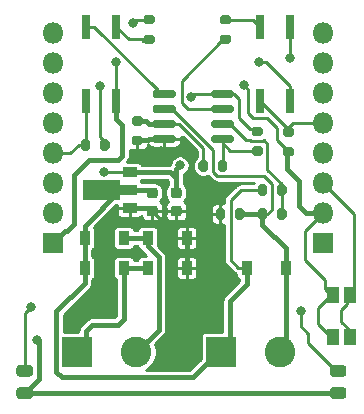
<source format=gtl>
G04 #@! TF.GenerationSoftware,KiCad,Pcbnew,(5.1.9)-1*
G04 #@! TF.CreationDate,2021-07-08T21:32:49+02:00*
G04 #@! TF.ProjectId,OpenThermMonitorTwomes,4f70656e-5468-4657-926d-4d6f6e69746f,rev?*
G04 #@! TF.SameCoordinates,Original*
G04 #@! TF.FileFunction,Copper,L1,Top*
G04 #@! TF.FilePolarity,Positive*
%FSLAX46Y46*%
G04 Gerber Fmt 4.6, Leading zero omitted, Abs format (unit mm)*
G04 Created by KiCad (PCBNEW (5.1.9)-1) date 2021-07-08 21:32:49*
%MOMM*%
%LPD*%
G01*
G04 APERTURE LIST*
G04 #@! TA.AperFunction,SMDPad,CuDef*
%ADD10R,1.050000X1.400000*%
G04 #@! TD*
G04 #@! TA.AperFunction,ComponentPad*
%ADD11R,2.600000X2.600000*%
G04 #@! TD*
G04 #@! TA.AperFunction,ComponentPad*
%ADD12C,2.600000*%
G04 #@! TD*
G04 #@! TA.AperFunction,SMDPad,CuDef*
%ADD13R,0.900000X1.200000*%
G04 #@! TD*
G04 #@! TA.AperFunction,ComponentPad*
%ADD14R,1.800000X1.800000*%
G04 #@! TD*
G04 #@! TA.AperFunction,ComponentPad*
%ADD15O,1.800000X1.800000*%
G04 #@! TD*
G04 #@! TA.AperFunction,SMDPad,CuDef*
%ADD16R,0.640000X2.000000*%
G04 #@! TD*
G04 #@! TA.AperFunction,SMDPad,CuDef*
%ADD17C,0.100000*%
G04 #@! TD*
G04 #@! TA.AperFunction,SMDPad,CuDef*
%ADD18R,1.300000X0.900000*%
G04 #@! TD*
G04 #@! TA.AperFunction,ViaPad*
%ADD19C,0.800000*%
G04 #@! TD*
G04 #@! TA.AperFunction,Conductor*
%ADD20C,0.250000*%
G04 #@! TD*
G04 #@! TA.AperFunction,Conductor*
%ADD21C,0.450000*%
G04 #@! TD*
G04 #@! TA.AperFunction,Conductor*
%ADD22C,0.100000*%
G04 #@! TD*
G04 APERTURE END LIST*
D10*
X151172000Y-107928000D03*
X151172000Y-111528000D03*
X152612000Y-107928000D03*
X152612000Y-111528000D03*
D11*
X141732000Y-112776000D03*
D12*
X146732000Y-112776000D03*
X134540000Y-112776000D03*
D11*
X129540000Y-112776000D03*
D13*
X138810000Y-103124000D03*
X135510000Y-103124000D03*
X133476000Y-103124000D03*
X130176000Y-103124000D03*
X147192000Y-105664000D03*
X143892000Y-105664000D03*
X138810000Y-105664000D03*
X135510000Y-105664000D03*
X133476000Y-105664000D03*
X130176000Y-105664000D03*
D14*
X127490000Y-103569000D03*
D15*
X127490000Y-101029000D03*
X127490000Y-98489000D03*
X127490000Y-95949000D03*
X127490000Y-93409000D03*
X127490000Y-90869000D03*
X127490000Y-88329000D03*
X127490000Y-85789000D03*
D16*
X147574000Y-85242000D03*
X145034000Y-85242000D03*
X145034000Y-91542000D03*
X147574000Y-91542000D03*
X132842000Y-91542000D03*
X130302000Y-91542000D03*
X130302000Y-85242000D03*
X132842000Y-85242000D03*
G04 #@! TA.AperFunction,SMDPad,CuDef*
G36*
G01*
X140881000Y-91082000D02*
X140881000Y-90782000D01*
G75*
G02*
X141031000Y-90632000I150000J0D01*
G01*
X142681000Y-90632000D01*
G75*
G02*
X142831000Y-90782000I0J-150000D01*
G01*
X142831000Y-91082000D01*
G75*
G02*
X142681000Y-91232000I-150000J0D01*
G01*
X141031000Y-91232000D01*
G75*
G02*
X140881000Y-91082000I0J150000D01*
G01*
G37*
G04 #@! TD.AperFunction*
G04 #@! TA.AperFunction,SMDPad,CuDef*
G36*
G01*
X140881000Y-92352000D02*
X140881000Y-92052000D01*
G75*
G02*
X141031000Y-91902000I150000J0D01*
G01*
X142681000Y-91902000D01*
G75*
G02*
X142831000Y-92052000I0J-150000D01*
G01*
X142831000Y-92352000D01*
G75*
G02*
X142681000Y-92502000I-150000J0D01*
G01*
X141031000Y-92502000D01*
G75*
G02*
X140881000Y-92352000I0J150000D01*
G01*
G37*
G04 #@! TD.AperFunction*
G04 #@! TA.AperFunction,SMDPad,CuDef*
G36*
G01*
X140881000Y-93622000D02*
X140881000Y-93322000D01*
G75*
G02*
X141031000Y-93172000I150000J0D01*
G01*
X142681000Y-93172000D01*
G75*
G02*
X142831000Y-93322000I0J-150000D01*
G01*
X142831000Y-93622000D01*
G75*
G02*
X142681000Y-93772000I-150000J0D01*
G01*
X141031000Y-93772000D01*
G75*
G02*
X140881000Y-93622000I0J150000D01*
G01*
G37*
G04 #@! TD.AperFunction*
G04 #@! TA.AperFunction,SMDPad,CuDef*
G36*
G01*
X140881000Y-94892000D02*
X140881000Y-94592000D01*
G75*
G02*
X141031000Y-94442000I150000J0D01*
G01*
X142681000Y-94442000D01*
G75*
G02*
X142831000Y-94592000I0J-150000D01*
G01*
X142831000Y-94892000D01*
G75*
G02*
X142681000Y-95042000I-150000J0D01*
G01*
X141031000Y-95042000D01*
G75*
G02*
X140881000Y-94892000I0J150000D01*
G01*
G37*
G04 #@! TD.AperFunction*
G04 #@! TA.AperFunction,SMDPad,CuDef*
G36*
G01*
X135931000Y-94892000D02*
X135931000Y-94592000D01*
G75*
G02*
X136081000Y-94442000I150000J0D01*
G01*
X137731000Y-94442000D01*
G75*
G02*
X137881000Y-94592000I0J-150000D01*
G01*
X137881000Y-94892000D01*
G75*
G02*
X137731000Y-95042000I-150000J0D01*
G01*
X136081000Y-95042000D01*
G75*
G02*
X135931000Y-94892000I0J150000D01*
G01*
G37*
G04 #@! TD.AperFunction*
G04 #@! TA.AperFunction,SMDPad,CuDef*
G36*
G01*
X135931000Y-93622000D02*
X135931000Y-93322000D01*
G75*
G02*
X136081000Y-93172000I150000J0D01*
G01*
X137731000Y-93172000D01*
G75*
G02*
X137881000Y-93322000I0J-150000D01*
G01*
X137881000Y-93622000D01*
G75*
G02*
X137731000Y-93772000I-150000J0D01*
G01*
X136081000Y-93772000D01*
G75*
G02*
X135931000Y-93622000I0J150000D01*
G01*
G37*
G04 #@! TD.AperFunction*
G04 #@! TA.AperFunction,SMDPad,CuDef*
G36*
G01*
X135931000Y-92352000D02*
X135931000Y-92052000D01*
G75*
G02*
X136081000Y-91902000I150000J0D01*
G01*
X137731000Y-91902000D01*
G75*
G02*
X137881000Y-92052000I0J-150000D01*
G01*
X137881000Y-92352000D01*
G75*
G02*
X137731000Y-92502000I-150000J0D01*
G01*
X136081000Y-92502000D01*
G75*
G02*
X135931000Y-92352000I0J150000D01*
G01*
G37*
G04 #@! TD.AperFunction*
G04 #@! TA.AperFunction,SMDPad,CuDef*
G36*
G01*
X135931000Y-91082000D02*
X135931000Y-90782000D01*
G75*
G02*
X136081000Y-90632000I150000J0D01*
G01*
X137731000Y-90632000D01*
G75*
G02*
X137881000Y-90782000I0J-150000D01*
G01*
X137881000Y-91082000D01*
G75*
G02*
X137731000Y-91232000I-150000J0D01*
G01*
X136081000Y-91232000D01*
G75*
G02*
X135931000Y-91082000I0J150000D01*
G01*
G37*
G04 #@! TD.AperFunction*
G04 #@! TA.AperFunction,SMDPad,CuDef*
D17*
G36*
X130034000Y-98193500D02*
G01*
X133159000Y-98193500D01*
X133159000Y-98610000D01*
X134634000Y-98610000D01*
X134634000Y-99510000D01*
X133159000Y-99510000D01*
X133159000Y-99926500D01*
X130034000Y-99926500D01*
X130034000Y-98193500D01*
G37*
G04 #@! TD.AperFunction*
D18*
X133984000Y-97560000D03*
X133984000Y-100560000D03*
G04 #@! TA.AperFunction,SMDPad,CuDef*
G36*
G01*
X131489000Y-95525000D02*
X131489000Y-94975000D01*
G75*
G02*
X131689000Y-94775000I200000J0D01*
G01*
X132089000Y-94775000D01*
G75*
G02*
X132289000Y-94975000I0J-200000D01*
G01*
X132289000Y-95525000D01*
G75*
G02*
X132089000Y-95725000I-200000J0D01*
G01*
X131689000Y-95725000D01*
G75*
G02*
X131489000Y-95525000I0J200000D01*
G01*
G37*
G04 #@! TD.AperFunction*
G04 #@! TA.AperFunction,SMDPad,CuDef*
G36*
G01*
X129839000Y-95525000D02*
X129839000Y-94975000D01*
G75*
G02*
X130039000Y-94775000I200000J0D01*
G01*
X130439000Y-94775000D01*
G75*
G02*
X130639000Y-94975000I0J-200000D01*
G01*
X130639000Y-95525000D01*
G75*
G02*
X130439000Y-95725000I-200000J0D01*
G01*
X130039000Y-95725000D01*
G75*
G02*
X129839000Y-95525000I0J200000D01*
G01*
G37*
G04 #@! TD.AperFunction*
G04 #@! TA.AperFunction,SMDPad,CuDef*
G36*
G01*
X147172000Y-95421000D02*
X147722000Y-95421000D01*
G75*
G02*
X147922000Y-95621000I0J-200000D01*
G01*
X147922000Y-96021000D01*
G75*
G02*
X147722000Y-96221000I-200000J0D01*
G01*
X147172000Y-96221000D01*
G75*
G02*
X146972000Y-96021000I0J200000D01*
G01*
X146972000Y-95621000D01*
G75*
G02*
X147172000Y-95421000I200000J0D01*
G01*
G37*
G04 #@! TD.AperFunction*
G04 #@! TA.AperFunction,SMDPad,CuDef*
G36*
G01*
X147172000Y-93771000D02*
X147722000Y-93771000D01*
G75*
G02*
X147922000Y-93971000I0J-200000D01*
G01*
X147922000Y-94371000D01*
G75*
G02*
X147722000Y-94571000I-200000J0D01*
G01*
X147172000Y-94571000D01*
G75*
G02*
X146972000Y-94371000I0J200000D01*
G01*
X146972000Y-93971000D01*
G75*
G02*
X147172000Y-93771000I200000J0D01*
G01*
G37*
G04 #@! TD.AperFunction*
G04 #@! TA.AperFunction,SMDPad,CuDef*
G36*
G01*
X142388000Y-85046000D02*
X141838000Y-85046000D01*
G75*
G02*
X141638000Y-84846000I0J200000D01*
G01*
X141638000Y-84446000D01*
G75*
G02*
X141838000Y-84246000I200000J0D01*
G01*
X142388000Y-84246000D01*
G75*
G02*
X142588000Y-84446000I0J-200000D01*
G01*
X142588000Y-84846000D01*
G75*
G02*
X142388000Y-85046000I-200000J0D01*
G01*
G37*
G04 #@! TD.AperFunction*
G04 #@! TA.AperFunction,SMDPad,CuDef*
G36*
G01*
X142388000Y-86696000D02*
X141838000Y-86696000D01*
G75*
G02*
X141638000Y-86496000I0J200000D01*
G01*
X141638000Y-86096000D01*
G75*
G02*
X141838000Y-85896000I200000J0D01*
G01*
X142388000Y-85896000D01*
G75*
G02*
X142588000Y-86096000I0J-200000D01*
G01*
X142588000Y-86496000D01*
G75*
G02*
X142388000Y-86696000I-200000J0D01*
G01*
G37*
G04 #@! TD.AperFunction*
G04 #@! TA.AperFunction,SMDPad,CuDef*
G36*
G01*
X135911000Y-85046000D02*
X135361000Y-85046000D01*
G75*
G02*
X135161000Y-84846000I0J200000D01*
G01*
X135161000Y-84446000D01*
G75*
G02*
X135361000Y-84246000I200000J0D01*
G01*
X135911000Y-84246000D01*
G75*
G02*
X136111000Y-84446000I0J-200000D01*
G01*
X136111000Y-84846000D01*
G75*
G02*
X135911000Y-85046000I-200000J0D01*
G01*
G37*
G04 #@! TD.AperFunction*
G04 #@! TA.AperFunction,SMDPad,CuDef*
G36*
G01*
X135911000Y-86696000D02*
X135361000Y-86696000D01*
G75*
G02*
X135161000Y-86496000I0J200000D01*
G01*
X135161000Y-86096000D01*
G75*
G02*
X135361000Y-85896000I200000J0D01*
G01*
X135911000Y-85896000D01*
G75*
G02*
X136111000Y-86096000I0J-200000D01*
G01*
X136111000Y-86496000D01*
G75*
G02*
X135911000Y-86696000I-200000J0D01*
G01*
G37*
G04 #@! TD.AperFunction*
G04 #@! TA.AperFunction,SMDPad,CuDef*
G36*
G01*
X140608000Y-96753000D02*
X140608000Y-97303000D01*
G75*
G02*
X140408000Y-97503000I-200000J0D01*
G01*
X140008000Y-97503000D01*
G75*
G02*
X139808000Y-97303000I0J200000D01*
G01*
X139808000Y-96753000D01*
G75*
G02*
X140008000Y-96553000I200000J0D01*
G01*
X140408000Y-96553000D01*
G75*
G02*
X140608000Y-96753000I0J-200000D01*
G01*
G37*
G04 #@! TD.AperFunction*
G04 #@! TA.AperFunction,SMDPad,CuDef*
G36*
G01*
X142258000Y-96753000D02*
X142258000Y-97303000D01*
G75*
G02*
X142058000Y-97503000I-200000J0D01*
G01*
X141658000Y-97503000D01*
G75*
G02*
X141458000Y-97303000I0J200000D01*
G01*
X141458000Y-96753000D01*
G75*
G02*
X141658000Y-96553000I200000J0D01*
G01*
X142058000Y-96553000D01*
G75*
G02*
X142258000Y-96753000I0J-200000D01*
G01*
G37*
G04 #@! TD.AperFunction*
G04 #@! TA.AperFunction,SMDPad,CuDef*
G36*
G01*
X144505000Y-95358000D02*
X145055000Y-95358000D01*
G75*
G02*
X145255000Y-95558000I0J-200000D01*
G01*
X145255000Y-95958000D01*
G75*
G02*
X145055000Y-96158000I-200000J0D01*
G01*
X144505000Y-96158000D01*
G75*
G02*
X144305000Y-95958000I0J200000D01*
G01*
X144305000Y-95558000D01*
G75*
G02*
X144505000Y-95358000I200000J0D01*
G01*
G37*
G04 #@! TD.AperFunction*
G04 #@! TA.AperFunction,SMDPad,CuDef*
G36*
G01*
X144505000Y-93708000D02*
X145055000Y-93708000D01*
G75*
G02*
X145255000Y-93908000I0J-200000D01*
G01*
X145255000Y-94308000D01*
G75*
G02*
X145055000Y-94508000I-200000J0D01*
G01*
X144505000Y-94508000D01*
G75*
G02*
X144305000Y-94308000I0J200000D01*
G01*
X144305000Y-93908000D01*
G75*
G02*
X144505000Y-93708000I200000J0D01*
G01*
G37*
G04 #@! TD.AperFunction*
G04 #@! TA.AperFunction,SMDPad,CuDef*
G36*
G01*
X134345000Y-94468000D02*
X134895000Y-94468000D01*
G75*
G02*
X135095000Y-94668000I0J-200000D01*
G01*
X135095000Y-95068000D01*
G75*
G02*
X134895000Y-95268000I-200000J0D01*
G01*
X134345000Y-95268000D01*
G75*
G02*
X134145000Y-95068000I0J200000D01*
G01*
X134145000Y-94668000D01*
G75*
G02*
X134345000Y-94468000I200000J0D01*
G01*
G37*
G04 #@! TD.AperFunction*
G04 #@! TA.AperFunction,SMDPad,CuDef*
G36*
G01*
X134345000Y-92818000D02*
X134895000Y-92818000D01*
G75*
G02*
X135095000Y-93018000I0J-200000D01*
G01*
X135095000Y-93418000D01*
G75*
G02*
X134895000Y-93618000I-200000J0D01*
G01*
X134345000Y-93618000D01*
G75*
G02*
X134145000Y-93418000I0J200000D01*
G01*
X134145000Y-93018000D01*
G75*
G02*
X134345000Y-92818000I200000J0D01*
G01*
G37*
G04 #@! TD.AperFunction*
G04 #@! TA.AperFunction,SMDPad,CuDef*
G36*
G01*
X145625000Y-100817000D02*
X145625000Y-101367000D01*
G75*
G02*
X145425000Y-101567000I-200000J0D01*
G01*
X145025000Y-101567000D01*
G75*
G02*
X144825000Y-101367000I0J200000D01*
G01*
X144825000Y-100817000D01*
G75*
G02*
X145025000Y-100617000I200000J0D01*
G01*
X145425000Y-100617000D01*
G75*
G02*
X145625000Y-100817000I0J-200000D01*
G01*
G37*
G04 #@! TD.AperFunction*
G04 #@! TA.AperFunction,SMDPad,CuDef*
G36*
G01*
X147275000Y-100817000D02*
X147275000Y-101367000D01*
G75*
G02*
X147075000Y-101567000I-200000J0D01*
G01*
X146675000Y-101567000D01*
G75*
G02*
X146475000Y-101367000I0J200000D01*
G01*
X146475000Y-100817000D01*
G75*
G02*
X146675000Y-100617000I200000J0D01*
G01*
X147075000Y-100617000D01*
G75*
G02*
X147275000Y-100817000I0J-200000D01*
G01*
G37*
G04 #@! TD.AperFunction*
G04 #@! TA.AperFunction,SMDPad,CuDef*
G36*
G01*
X146475000Y-99335000D02*
X146475000Y-98785000D01*
G75*
G02*
X146675000Y-98585000I200000J0D01*
G01*
X147075000Y-98585000D01*
G75*
G02*
X147275000Y-98785000I0J-200000D01*
G01*
X147275000Y-99335000D01*
G75*
G02*
X147075000Y-99535000I-200000J0D01*
G01*
X146675000Y-99535000D01*
G75*
G02*
X146475000Y-99335000I0J200000D01*
G01*
G37*
G04 #@! TD.AperFunction*
G04 #@! TA.AperFunction,SMDPad,CuDef*
G36*
G01*
X144825000Y-99335000D02*
X144825000Y-98785000D01*
G75*
G02*
X145025000Y-98585000I200000J0D01*
G01*
X145425000Y-98585000D01*
G75*
G02*
X145625000Y-98785000I0J-200000D01*
G01*
X145625000Y-99335000D01*
G75*
G02*
X145425000Y-99535000I-200000J0D01*
G01*
X145025000Y-99535000D01*
G75*
G02*
X144825000Y-99335000I0J200000D01*
G01*
G37*
G04 #@! TD.AperFunction*
G04 #@! TA.AperFunction,SMDPad,CuDef*
G36*
G01*
X142919000Y-101367000D02*
X142919000Y-100817000D01*
G75*
G02*
X143119000Y-100617000I200000J0D01*
G01*
X143519000Y-100617000D01*
G75*
G02*
X143719000Y-100817000I0J-200000D01*
G01*
X143719000Y-101367000D01*
G75*
G02*
X143519000Y-101567000I-200000J0D01*
G01*
X143119000Y-101567000D01*
G75*
G02*
X142919000Y-101367000I0J200000D01*
G01*
G37*
G04 #@! TD.AperFunction*
G04 #@! TA.AperFunction,SMDPad,CuDef*
G36*
G01*
X141269000Y-101367000D02*
X141269000Y-100817000D01*
G75*
G02*
X141469000Y-100617000I200000J0D01*
G01*
X141869000Y-100617000D01*
G75*
G02*
X142069000Y-100817000I0J-200000D01*
G01*
X142069000Y-101367000D01*
G75*
G02*
X141869000Y-101567000I-200000J0D01*
G01*
X141469000Y-101567000D01*
G75*
G02*
X141269000Y-101367000I0J200000D01*
G01*
G37*
G04 #@! TD.AperFunction*
G04 #@! TA.AperFunction,SMDPad,CuDef*
G36*
G01*
X124638750Y-115766000D02*
X125551250Y-115766000D01*
G75*
G02*
X125795000Y-116009750I0J-243750D01*
G01*
X125795000Y-116497250D01*
G75*
G02*
X125551250Y-116741000I-243750J0D01*
G01*
X124638750Y-116741000D01*
G75*
G02*
X124395000Y-116497250I0J243750D01*
G01*
X124395000Y-116009750D01*
G75*
G02*
X124638750Y-115766000I243750J0D01*
G01*
G37*
G04 #@! TD.AperFunction*
G04 #@! TA.AperFunction,SMDPad,CuDef*
G36*
G01*
X124638750Y-113891000D02*
X125551250Y-113891000D01*
G75*
G02*
X125795000Y-114134750I0J-243750D01*
G01*
X125795000Y-114622250D01*
G75*
G02*
X125551250Y-114866000I-243750J0D01*
G01*
X124638750Y-114866000D01*
G75*
G02*
X124395000Y-114622250I0J243750D01*
G01*
X124395000Y-114134750D01*
G75*
G02*
X124638750Y-113891000I243750J0D01*
G01*
G37*
G04 #@! TD.AperFunction*
G04 #@! TA.AperFunction,SMDPad,CuDef*
G36*
G01*
X151181750Y-115766000D02*
X152094250Y-115766000D01*
G75*
G02*
X152338000Y-116009750I0J-243750D01*
G01*
X152338000Y-116497250D01*
G75*
G02*
X152094250Y-116741000I-243750J0D01*
G01*
X151181750Y-116741000D01*
G75*
G02*
X150938000Y-116497250I0J243750D01*
G01*
X150938000Y-116009750D01*
G75*
G02*
X151181750Y-115766000I243750J0D01*
G01*
G37*
G04 #@! TD.AperFunction*
G04 #@! TA.AperFunction,SMDPad,CuDef*
G36*
G01*
X151181750Y-113891000D02*
X152094250Y-113891000D01*
G75*
G02*
X152338000Y-114134750I0J-243750D01*
G01*
X152338000Y-114622250D01*
G75*
G02*
X152094250Y-114866000I-243750J0D01*
G01*
X151181750Y-114866000D01*
G75*
G02*
X150938000Y-114622250I0J243750D01*
G01*
X150938000Y-114134750D01*
G75*
G02*
X151181750Y-113891000I243750J0D01*
G01*
G37*
G04 #@! TD.AperFunction*
G04 #@! TA.AperFunction,SMDPad,CuDef*
G36*
G01*
X137672000Y-100401000D02*
X138172000Y-100401000D01*
G75*
G02*
X138397000Y-100626000I0J-225000D01*
G01*
X138397000Y-101076000D01*
G75*
G02*
X138172000Y-101301000I-225000J0D01*
G01*
X137672000Y-101301000D01*
G75*
G02*
X137447000Y-101076000I0J225000D01*
G01*
X137447000Y-100626000D01*
G75*
G02*
X137672000Y-100401000I225000J0D01*
G01*
G37*
G04 #@! TD.AperFunction*
G04 #@! TA.AperFunction,SMDPad,CuDef*
G36*
G01*
X137672000Y-98851000D02*
X138172000Y-98851000D01*
G75*
G02*
X138397000Y-99076000I0J-225000D01*
G01*
X138397000Y-99526000D01*
G75*
G02*
X138172000Y-99751000I-225000J0D01*
G01*
X137672000Y-99751000D01*
G75*
G02*
X137447000Y-99526000I0J225000D01*
G01*
X137447000Y-99076000D01*
G75*
G02*
X137672000Y-98851000I225000J0D01*
G01*
G37*
G04 #@! TD.AperFunction*
G04 #@! TA.AperFunction,SMDPad,CuDef*
G36*
G01*
X135640000Y-100401000D02*
X136140000Y-100401000D01*
G75*
G02*
X136365000Y-100626000I0J-225000D01*
G01*
X136365000Y-101076000D01*
G75*
G02*
X136140000Y-101301000I-225000J0D01*
G01*
X135640000Y-101301000D01*
G75*
G02*
X135415000Y-101076000I0J225000D01*
G01*
X135415000Y-100626000D01*
G75*
G02*
X135640000Y-100401000I225000J0D01*
G01*
G37*
G04 #@! TD.AperFunction*
G04 #@! TA.AperFunction,SMDPad,CuDef*
G36*
G01*
X135640000Y-98851000D02*
X136140000Y-98851000D01*
G75*
G02*
X136365000Y-99076000I0J-225000D01*
G01*
X136365000Y-99526000D01*
G75*
G02*
X136140000Y-99751000I-225000J0D01*
G01*
X135640000Y-99751000D01*
G75*
G02*
X135415000Y-99526000I0J225000D01*
G01*
X135415000Y-99076000D01*
G75*
G02*
X135640000Y-98851000I225000J0D01*
G01*
G37*
G04 #@! TD.AperFunction*
D14*
X150350000Y-103569000D03*
D15*
X150350000Y-101029000D03*
X150350000Y-98489000D03*
X150350000Y-95949000D03*
X150350000Y-93409000D03*
X150350000Y-90869000D03*
X150350000Y-88329000D03*
X150350000Y-85789000D03*
D19*
X136652000Y-95758000D03*
X136906000Y-101727000D03*
X148463000Y-109347000D03*
X147574000Y-87884000D03*
X125603000Y-108966000D03*
X134239000Y-84963000D03*
X143637000Y-90170000D03*
X131445000Y-90297000D03*
X132842000Y-88265000D03*
X144907000Y-88265006D03*
X139192001Y-91199010D03*
X131826000Y-97536000D03*
X126111000Y-111760000D03*
X138239503Y-96964497D03*
D20*
X152996000Y-107417000D02*
X152485000Y-107928000D01*
X152996000Y-101135000D02*
X152996000Y-107417000D01*
X150350000Y-98489000D02*
X152996000Y-101135000D01*
X152739000Y-110999998D02*
X152739000Y-111528000D01*
X151892000Y-109220000D02*
X151892000Y-110229002D01*
X152739000Y-110949002D02*
X152739000Y-111528000D01*
X151892000Y-110236000D02*
X152612000Y-110956000D01*
X151892000Y-109220000D02*
X152400000Y-108712000D01*
X152400000Y-107928000D02*
X152400000Y-108712000D01*
X147828000Y-93409000D02*
X147320000Y-93917000D01*
X150350000Y-93409000D02*
X147828000Y-93409000D01*
X147320000Y-93828000D02*
X145034000Y-91542000D01*
X147320000Y-93917000D02*
X147320000Y-93828000D01*
X128968000Y-95949000D02*
X127490000Y-95949000D01*
X129667000Y-95250000D02*
X128968000Y-95949000D01*
X130493000Y-95250000D02*
X129667000Y-95250000D01*
X130302000Y-95187000D02*
X130239000Y-95250000D01*
X130302000Y-91542000D02*
X130302000Y-95187000D01*
D21*
X134620000Y-94868000D02*
X134620000Y-94996000D01*
X134620000Y-94868000D02*
X135510000Y-94868000D01*
X135510000Y-94868000D02*
X135636000Y-94742000D01*
X135636000Y-94742000D02*
X136906000Y-94742000D01*
X141428000Y-100851000D02*
X141669000Y-101092000D01*
D20*
X138810000Y-104395000D02*
X138924999Y-104395000D01*
D21*
X138810000Y-103124000D02*
X138810000Y-104395000D01*
X138810000Y-104395000D02*
X138810000Y-105664000D01*
D20*
X136906000Y-94742000D02*
X136906000Y-94982999D01*
X136906000Y-95504000D02*
X136652000Y-95758000D01*
X136906000Y-94742000D02*
X136906000Y-95504000D01*
X136766000Y-101727000D02*
X136906000Y-101727000D01*
X135890000Y-100851000D02*
X136766000Y-101727000D01*
D21*
X135599000Y-100560000D02*
X135890000Y-100851000D01*
X133984000Y-100560000D02*
X135599000Y-100560000D01*
X135649000Y-99060000D02*
X135890000Y-99301000D01*
X133896500Y-99060000D02*
X135649000Y-99060000D01*
X143892000Y-107060000D02*
X143892000Y-105664000D01*
X142494000Y-108458000D02*
X143892000Y-107060000D01*
D20*
X142543990Y-105015990D02*
X142543990Y-99899010D01*
X143192000Y-105664000D02*
X142543990Y-105015990D01*
X143892000Y-105664000D02*
X143192000Y-105664000D01*
X142543990Y-99899010D02*
X143383000Y-99060000D01*
X143383000Y-99060000D02*
X145225000Y-99060000D01*
D21*
X130176000Y-105664000D02*
X130176000Y-103124000D01*
X133190000Y-99060000D02*
X133896500Y-99060000D01*
X130176000Y-102074000D02*
X133190000Y-99060000D01*
X130176000Y-103124000D02*
X130176000Y-102074000D01*
X142494000Y-111760000D02*
X141478000Y-112776000D01*
X142494000Y-108458000D02*
X142494000Y-111760000D01*
X127764999Y-114456001D02*
X128243998Y-114935000D01*
X128243998Y-114935000D02*
X139319000Y-114935000D01*
X127764999Y-111095999D02*
X127764999Y-114456001D01*
X127762000Y-111093000D02*
X127764999Y-111095999D01*
X127762000Y-109347000D02*
X127762000Y-111093000D01*
X139319000Y-114935000D02*
X141478000Y-112776000D01*
X130176000Y-106933000D02*
X127762000Y-109347000D01*
X130176000Y-105664000D02*
X130176000Y-106933000D01*
X133476000Y-105664000D02*
X135510000Y-105664000D01*
X130810000Y-110490000D02*
X130302000Y-110998000D01*
X133476000Y-109983000D02*
X132969000Y-110490000D01*
X132969000Y-110490000D02*
X130810000Y-110490000D01*
X133476000Y-105664000D02*
X133476000Y-109983000D01*
X130302000Y-112014000D02*
X129540000Y-112776000D01*
X130302000Y-110998000D02*
X130302000Y-112014000D01*
X143319000Y-101092000D02*
X145225000Y-101092000D01*
X147192000Y-105664000D02*
X147192000Y-104012000D01*
X145225000Y-102045000D02*
X145225000Y-101092000D01*
X147192000Y-104012000D02*
X145225000Y-102045000D01*
D20*
X141419822Y-97878010D02*
X141082990Y-97541178D01*
X141082990Y-95686468D02*
X137598522Y-92202000D01*
X145225000Y-101092000D02*
X145625000Y-101092000D01*
X145625000Y-101092000D02*
X146000010Y-100716990D01*
X146000010Y-100716990D02*
X146000010Y-98546822D01*
X146000010Y-98546822D02*
X145331198Y-97878010D01*
X145331198Y-97878010D02*
X141419822Y-97878010D01*
X141082990Y-97541178D02*
X141082990Y-95686468D01*
X137598522Y-92202000D02*
X136906000Y-92202000D01*
D21*
X147192000Y-112062000D02*
X146478000Y-112776000D01*
X147192000Y-105664000D02*
X147192000Y-112062000D01*
X133476000Y-103124000D02*
X135510000Y-103124000D01*
X136435001Y-104751991D02*
X136435001Y-110880999D01*
X135510000Y-103826990D02*
X136435001Y-104751991D01*
X136435001Y-110880999D02*
X134540000Y-112776000D01*
X135510000Y-103124000D02*
X135510000Y-103826990D01*
D20*
X147574000Y-87884000D02*
X147574000Y-85242000D01*
X149098000Y-111252000D02*
X148463000Y-110617000D01*
X149098000Y-112014000D02*
X149098000Y-111252000D01*
X151462500Y-114378500D02*
X149098000Y-112014000D01*
X148463000Y-110617000D02*
X148463000Y-109347000D01*
X151638000Y-114378500D02*
X151462500Y-114378500D01*
X125095000Y-109474000D02*
X125095000Y-114378500D01*
X125603000Y-108966000D02*
X125095000Y-109474000D01*
X134556000Y-84646000D02*
X134239000Y-84963000D01*
X135636000Y-84646000D02*
X134556000Y-84646000D01*
X150350000Y-100376002D02*
X150350000Y-101029000D01*
D21*
X150350000Y-101029000D02*
X148907000Y-101029000D01*
X148907000Y-101029000D02*
X148336000Y-100458000D01*
X148336000Y-98298000D02*
X147320000Y-97282000D01*
D20*
X147320000Y-97282000D02*
X147320000Y-97346002D01*
D21*
X148336000Y-100458000D02*
X148336000Y-98298000D01*
X147320000Y-97282000D02*
X147320000Y-95567000D01*
D20*
X144460998Y-92964000D02*
X144036999Y-92540001D01*
X146469990Y-93851396D02*
X145582594Y-92964000D01*
X144036999Y-90569999D02*
X143637000Y-90170000D01*
X146469990Y-94843990D02*
X146469990Y-93851396D01*
X147447000Y-95821000D02*
X146469990Y-94843990D01*
X145582594Y-92964000D02*
X144460998Y-92964000D01*
X144036999Y-92540001D02*
X144036999Y-90569999D01*
X131445000Y-94552000D02*
X131445000Y-90297000D01*
X132143000Y-95250000D02*
X131445000Y-94552000D01*
X149910800Y-109042200D02*
X149910800Y-110393800D01*
X151025000Y-107928000D02*
X149910800Y-109042200D01*
X151045000Y-107928000D02*
X151025000Y-107928000D01*
X150546000Y-107429000D02*
X151045000Y-107928000D01*
X150546000Y-106722000D02*
X150546000Y-107429000D01*
X148844000Y-105020000D02*
X150546000Y-106722000D01*
X149910800Y-110393800D02*
X151045000Y-111528000D01*
X148844000Y-102535000D02*
X148844000Y-105020000D01*
X150350000Y-101029000D02*
X148844000Y-102535000D01*
D21*
X128714000Y-102546037D02*
X129286000Y-101974037D01*
X129286000Y-101974037D02*
X129286000Y-97790000D01*
X129286000Y-97790000D02*
X130556000Y-96520000D01*
X130556000Y-96520000D02*
X132969000Y-96520000D01*
X133335010Y-96153990D02*
X133335010Y-93584010D01*
X132969000Y-96520000D02*
X133335010Y-96153990D01*
X132842000Y-93091000D02*
X132842000Y-91542000D01*
X133335010Y-93584010D02*
X132842000Y-93091000D01*
D20*
X132842000Y-91542000D02*
X132842000Y-88265000D01*
X147574000Y-90292000D02*
X145547006Y-88265006D01*
X147574000Y-91542000D02*
X147574000Y-90292000D01*
X145547006Y-88265006D02*
X144907000Y-88265006D01*
D21*
X128512963Y-102546037D02*
X127490000Y-103569000D01*
X128714000Y-102546037D02*
X128512963Y-102546037D01*
D20*
X146875000Y-101092000D02*
X146875000Y-99060000D01*
X142303478Y-93472000D02*
X141856000Y-93472000D01*
X146875000Y-98585000D02*
X146875000Y-99060000D01*
X145338688Y-94837500D02*
X145630010Y-95128822D01*
X145630010Y-95128822D02*
X145630010Y-97340010D01*
X145293178Y-94883010D02*
X145338688Y-94837500D01*
X144175802Y-94791990D02*
X144266822Y-94883010D01*
X145630010Y-97340010D02*
X146875000Y-98585000D01*
X144266822Y-94883010D02*
X145293178Y-94883010D01*
X143813990Y-94791990D02*
X144175802Y-94791990D01*
X142494000Y-93472000D02*
X143813990Y-94791990D01*
X141856000Y-93472000D02*
X142494000Y-93472000D01*
D21*
X134620000Y-93218000D02*
X135382000Y-93218000D01*
X135636000Y-93472000D02*
X136906000Y-93472000D01*
X135382000Y-93218000D02*
X135636000Y-93472000D01*
D20*
X138161400Y-93472000D02*
X140208000Y-95518600D01*
X136906000Y-93472000D02*
X138161400Y-93472000D01*
X140208000Y-95518600D02*
X140208000Y-97028000D01*
D21*
X144780000Y-95567000D02*
X144780000Y-95504000D01*
D20*
X141856000Y-97026000D02*
X141858000Y-97028000D01*
X141856000Y-95120000D02*
X141856000Y-97026000D01*
X141856000Y-94742000D02*
X141856000Y-95120000D01*
X142494000Y-95758000D02*
X141856000Y-95120000D01*
X144589000Y-95758000D02*
X142494000Y-95758000D01*
X144780000Y-95567000D02*
X144589000Y-95758000D01*
X135572000Y-86360000D02*
X135636000Y-86296000D01*
X135001000Y-86360000D02*
X135572000Y-86360000D01*
X135001000Y-86360000D02*
X135075990Y-86434990D01*
X133896000Y-86296000D02*
X135636000Y-86296000D01*
X132842000Y-85242000D02*
X133896000Y-86296000D01*
X138417000Y-91681000D02*
X138417000Y-89802000D01*
X138417000Y-89802000D02*
X141923000Y-86296000D01*
X138938000Y-92202000D02*
X138417000Y-91681000D01*
X141856000Y-92202000D02*
X138938000Y-92202000D01*
D21*
X133984000Y-97560000D02*
X137438000Y-97560000D01*
X137922000Y-98044000D02*
X137922000Y-99301000D01*
X137438000Y-97560000D02*
X137922000Y-98044000D01*
D20*
X141733980Y-90809980D02*
X141856000Y-90932000D01*
X139003990Y-91010999D02*
X139192001Y-91199010D01*
X142831000Y-90932000D02*
X143263989Y-91364989D01*
X143263989Y-92971989D02*
X144209000Y-93917000D01*
X141856000Y-90932000D02*
X142831000Y-90932000D01*
X143263989Y-91364989D02*
X143263989Y-92971989D01*
X144209000Y-93917000D02*
X144780000Y-93917000D01*
X139459011Y-90932000D02*
X139192001Y-91199010D01*
X141856000Y-90932000D02*
X139459011Y-90932000D01*
X131850000Y-97560000D02*
X131826000Y-97536000D01*
X133984000Y-97560000D02*
X131850000Y-97560000D01*
X137438000Y-97560000D02*
X137644000Y-97560000D01*
D21*
X127175500Y-116253500D02*
X125095000Y-116253500D01*
X127175500Y-116253500D02*
X151638000Y-116253500D01*
X126270010Y-115078490D02*
X125095000Y-116253500D01*
X126270010Y-111919010D02*
X126270010Y-115078490D01*
X126111000Y-111760000D02*
X126270010Y-111919010D01*
X137922000Y-97282000D02*
X138239503Y-96964497D01*
X137922000Y-98044000D02*
X137922000Y-97282000D01*
D20*
X130962000Y-85242000D02*
X136352000Y-90632000D01*
X130302000Y-85242000D02*
X130962000Y-85242000D01*
X145136000Y-85344000D02*
X145034000Y-85242000D01*
X145034000Y-85242000D02*
X145034000Y-85922000D01*
X144438000Y-84646000D02*
X145034000Y-85242000D01*
X142113000Y-84646000D02*
X144208000Y-84646000D01*
X144208000Y-84646000D02*
X144438000Y-84646000D01*
X142875000Y-84646000D02*
X144208000Y-84646000D01*
X139658000Y-95746418D02*
X139658000Y-96232956D01*
X139564604Y-96309604D01*
X139486622Y-96404626D01*
X139428676Y-96513036D01*
X139392993Y-96630667D01*
X139380944Y-96753000D01*
X139380944Y-97303000D01*
X139392993Y-97425333D01*
X139428676Y-97542964D01*
X139486622Y-97651374D01*
X139564604Y-97746396D01*
X139659626Y-97824378D01*
X139768036Y-97882324D01*
X139885667Y-97918007D01*
X140008000Y-97930056D01*
X140408000Y-97930056D01*
X140530333Y-97918007D01*
X140647964Y-97882324D01*
X140650392Y-97881026D01*
X140670728Y-97905804D01*
X140692200Y-97931968D01*
X140713186Y-97949191D01*
X141011809Y-98247814D01*
X141029032Y-98268800D01*
X141112780Y-98337531D01*
X141208328Y-98388602D01*
X141312003Y-98420052D01*
X141392804Y-98428010D01*
X141392813Y-98428010D01*
X141419821Y-98430670D01*
X141446829Y-98428010D01*
X144510693Y-98428010D01*
X144503622Y-98436626D01*
X144464403Y-98510000D01*
X143410007Y-98510000D01*
X143382999Y-98507340D01*
X143355991Y-98510000D01*
X143355982Y-98510000D01*
X143275181Y-98517958D01*
X143171506Y-98549408D01*
X143075958Y-98600479D01*
X143075956Y-98600480D01*
X143075957Y-98600480D01*
X143013195Y-98651987D01*
X143013190Y-98651992D01*
X142992210Y-98669210D01*
X142974992Y-98690190D01*
X142174181Y-99491002D01*
X142153201Y-99508220D01*
X142135983Y-99529200D01*
X142135977Y-99529206D01*
X142084469Y-99591968D01*
X142046039Y-99663868D01*
X142033399Y-99687516D01*
X142005831Y-99778396D01*
X142001949Y-99791192D01*
X141991330Y-99899010D01*
X141993991Y-99926028D01*
X141993991Y-100190473D01*
X141777250Y-100192000D01*
X141671000Y-100298250D01*
X141671000Y-101090000D01*
X141691000Y-101090000D01*
X141691000Y-101094000D01*
X141671000Y-101094000D01*
X141671000Y-101885750D01*
X141777250Y-101992000D01*
X141993991Y-101993527D01*
X141993990Y-104988982D01*
X141991330Y-105015990D01*
X141993990Y-105042998D01*
X141993990Y-105043007D01*
X142001948Y-105123808D01*
X142033398Y-105227483D01*
X142084469Y-105323032D01*
X142153200Y-105406780D01*
X142174186Y-105424003D01*
X142783987Y-106033804D01*
X142801210Y-106054790D01*
X142884958Y-106123521D01*
X142980506Y-106174592D01*
X143014944Y-106185039D01*
X143014944Y-106264000D01*
X143023150Y-106347314D01*
X143047452Y-106427427D01*
X143086916Y-106501260D01*
X143140026Y-106565974D01*
X143204740Y-106619084D01*
X143242000Y-106639000D01*
X143242000Y-106790761D01*
X142056962Y-107975800D01*
X142032157Y-107996157D01*
X142011802Y-108020960D01*
X141950930Y-108095132D01*
X141909467Y-108172704D01*
X141890573Y-108208053D01*
X141853405Y-108330579D01*
X141844000Y-108426069D01*
X141844000Y-108426079D01*
X141840856Y-108458000D01*
X141844000Y-108489922D01*
X141844001Y-111048944D01*
X140432000Y-111048944D01*
X140348686Y-111057150D01*
X140268573Y-111081452D01*
X140194740Y-111120916D01*
X140130026Y-111174026D01*
X140076916Y-111238740D01*
X140037452Y-111312573D01*
X140013150Y-111392686D01*
X140004944Y-111476000D01*
X140004944Y-113329817D01*
X139049762Y-114285000D01*
X135386541Y-114285000D01*
X135639624Y-114115895D01*
X135879895Y-113875624D01*
X136068676Y-113593094D01*
X136198710Y-113279164D01*
X136265000Y-112945898D01*
X136265000Y-112606102D01*
X136198710Y-112272836D01*
X136129497Y-112105741D01*
X136872044Y-111363195D01*
X136896844Y-111342842D01*
X136918459Y-111316505D01*
X136971396Y-111252000D01*
X136978071Y-111243867D01*
X137038428Y-111130947D01*
X137075596Y-111008421D01*
X137085001Y-110912931D01*
X137085001Y-110912921D01*
X137088145Y-110881000D01*
X137085001Y-110849079D01*
X137085001Y-106264000D01*
X137932944Y-106264000D01*
X137941150Y-106347314D01*
X137965452Y-106427427D01*
X138004916Y-106501260D01*
X138058026Y-106565974D01*
X138122740Y-106619084D01*
X138196573Y-106658548D01*
X138276686Y-106682850D01*
X138360000Y-106691056D01*
X138701750Y-106689000D01*
X138808000Y-106582750D01*
X138808000Y-105666000D01*
X138812000Y-105666000D01*
X138812000Y-106582750D01*
X138918250Y-106689000D01*
X139260000Y-106691056D01*
X139343314Y-106682850D01*
X139423427Y-106658548D01*
X139497260Y-106619084D01*
X139561974Y-106565974D01*
X139615084Y-106501260D01*
X139654548Y-106427427D01*
X139678850Y-106347314D01*
X139687056Y-106264000D01*
X139685000Y-105772250D01*
X139578750Y-105666000D01*
X138812000Y-105666000D01*
X138808000Y-105666000D01*
X138041250Y-105666000D01*
X137935000Y-105772250D01*
X137932944Y-106264000D01*
X137085001Y-106264000D01*
X137085001Y-105064000D01*
X137932944Y-105064000D01*
X137935000Y-105555750D01*
X138041250Y-105662000D01*
X138808000Y-105662000D01*
X138808000Y-104745250D01*
X138812000Y-104745250D01*
X138812000Y-105662000D01*
X139578750Y-105662000D01*
X139685000Y-105555750D01*
X139687056Y-105064000D01*
X139678850Y-104980686D01*
X139654548Y-104900573D01*
X139615084Y-104826740D01*
X139561974Y-104762026D01*
X139497260Y-104708916D01*
X139423427Y-104669452D01*
X139343314Y-104645150D01*
X139260000Y-104636944D01*
X138918250Y-104639000D01*
X138812000Y-104745250D01*
X138808000Y-104745250D01*
X138701750Y-104639000D01*
X138360000Y-104636944D01*
X138276686Y-104645150D01*
X138196573Y-104669452D01*
X138122740Y-104708916D01*
X138058026Y-104762026D01*
X138004916Y-104826740D01*
X137965452Y-104900573D01*
X137941150Y-104980686D01*
X137932944Y-105064000D01*
X137085001Y-105064000D01*
X137085001Y-104783912D01*
X137088145Y-104751991D01*
X137085001Y-104720069D01*
X137085001Y-104720059D01*
X137075596Y-104624569D01*
X137038428Y-104502043D01*
X137025555Y-104477959D01*
X136978071Y-104389122D01*
X136917199Y-104314950D01*
X136917197Y-104314948D01*
X136896844Y-104290148D01*
X136872045Y-104269796D01*
X136381604Y-103779355D01*
X136387056Y-103724000D01*
X137932944Y-103724000D01*
X137941150Y-103807314D01*
X137965452Y-103887427D01*
X138004916Y-103961260D01*
X138058026Y-104025974D01*
X138122740Y-104079084D01*
X138196573Y-104118548D01*
X138276686Y-104142850D01*
X138360000Y-104151056D01*
X138701750Y-104149000D01*
X138808000Y-104042750D01*
X138808000Y-103126000D01*
X138812000Y-103126000D01*
X138812000Y-104042750D01*
X138918250Y-104149000D01*
X139260000Y-104151056D01*
X139343314Y-104142850D01*
X139423427Y-104118548D01*
X139497260Y-104079084D01*
X139561974Y-104025974D01*
X139615084Y-103961260D01*
X139654548Y-103887427D01*
X139678850Y-103807314D01*
X139687056Y-103724000D01*
X139685000Y-103232250D01*
X139578750Y-103126000D01*
X138812000Y-103126000D01*
X138808000Y-103126000D01*
X138041250Y-103126000D01*
X137935000Y-103232250D01*
X137932944Y-103724000D01*
X136387056Y-103724000D01*
X136387056Y-102524000D01*
X137932944Y-102524000D01*
X137935000Y-103015750D01*
X138041250Y-103122000D01*
X138808000Y-103122000D01*
X138808000Y-102205250D01*
X138812000Y-102205250D01*
X138812000Y-103122000D01*
X139578750Y-103122000D01*
X139685000Y-103015750D01*
X139687056Y-102524000D01*
X139678850Y-102440686D01*
X139654548Y-102360573D01*
X139615084Y-102286740D01*
X139561974Y-102222026D01*
X139497260Y-102168916D01*
X139423427Y-102129452D01*
X139343314Y-102105150D01*
X139260000Y-102096944D01*
X138918250Y-102099000D01*
X138812000Y-102205250D01*
X138808000Y-102205250D01*
X138701750Y-102099000D01*
X138360000Y-102096944D01*
X138276686Y-102105150D01*
X138196573Y-102129452D01*
X138122740Y-102168916D01*
X138058026Y-102222026D01*
X138004916Y-102286740D01*
X137965452Y-102360573D01*
X137941150Y-102440686D01*
X137932944Y-102524000D01*
X136387056Y-102524000D01*
X136378850Y-102440686D01*
X136354548Y-102360573D01*
X136315084Y-102286740D01*
X136261974Y-102222026D01*
X136197260Y-102168916D01*
X136123427Y-102129452D01*
X136043314Y-102105150D01*
X135960000Y-102096944D01*
X135060000Y-102096944D01*
X134976686Y-102105150D01*
X134896573Y-102129452D01*
X134822740Y-102168916D01*
X134758026Y-102222026D01*
X134704916Y-102286740D01*
X134665452Y-102360573D01*
X134641150Y-102440686D01*
X134637869Y-102474000D01*
X134348131Y-102474000D01*
X134344850Y-102440686D01*
X134320548Y-102360573D01*
X134281084Y-102286740D01*
X134227974Y-102222026D01*
X134163260Y-102168916D01*
X134089427Y-102129452D01*
X134009314Y-102105150D01*
X133926000Y-102096944D01*
X133026000Y-102096944D01*
X132942686Y-102105150D01*
X132862573Y-102129452D01*
X132788740Y-102168916D01*
X132724026Y-102222026D01*
X132670916Y-102286740D01*
X132631452Y-102360573D01*
X132607150Y-102440686D01*
X132598944Y-102524000D01*
X132598944Y-103724000D01*
X132607150Y-103807314D01*
X132631452Y-103887427D01*
X132670916Y-103961260D01*
X132724026Y-104025974D01*
X132788740Y-104079084D01*
X132862573Y-104118548D01*
X132942686Y-104142850D01*
X133026000Y-104151056D01*
X133926000Y-104151056D01*
X134009314Y-104142850D01*
X134089427Y-104118548D01*
X134163260Y-104079084D01*
X134227974Y-104025974D01*
X134281084Y-103961260D01*
X134320548Y-103887427D01*
X134344850Y-103807314D01*
X134348131Y-103774000D01*
X134637869Y-103774000D01*
X134641150Y-103807314D01*
X134665452Y-103887427D01*
X134704916Y-103961260D01*
X134758026Y-104025974D01*
X134822740Y-104079084D01*
X134896573Y-104118548D01*
X134935054Y-104130221D01*
X134966930Y-104189858D01*
X135027802Y-104264030D01*
X135027805Y-104264033D01*
X135048158Y-104288833D01*
X135072957Y-104309185D01*
X135400716Y-104636944D01*
X135060000Y-104636944D01*
X134976686Y-104645150D01*
X134896573Y-104669452D01*
X134822740Y-104708916D01*
X134758026Y-104762026D01*
X134704916Y-104826740D01*
X134665452Y-104900573D01*
X134641150Y-104980686D01*
X134637869Y-105014000D01*
X134348131Y-105014000D01*
X134344850Y-104980686D01*
X134320548Y-104900573D01*
X134281084Y-104826740D01*
X134227974Y-104762026D01*
X134163260Y-104708916D01*
X134089427Y-104669452D01*
X134009314Y-104645150D01*
X133926000Y-104636944D01*
X133026000Y-104636944D01*
X132942686Y-104645150D01*
X132862573Y-104669452D01*
X132788740Y-104708916D01*
X132724026Y-104762026D01*
X132670916Y-104826740D01*
X132631452Y-104900573D01*
X132607150Y-104980686D01*
X132598944Y-105064000D01*
X132598944Y-106264000D01*
X132607150Y-106347314D01*
X132631452Y-106427427D01*
X132670916Y-106501260D01*
X132724026Y-106565974D01*
X132788740Y-106619084D01*
X132826000Y-106639000D01*
X132826001Y-109713760D01*
X132699762Y-109840000D01*
X130841920Y-109840000D01*
X130809999Y-109836856D01*
X130778078Y-109840000D01*
X130778068Y-109840000D01*
X130682578Y-109849405D01*
X130560052Y-109886573D01*
X130447132Y-109946930D01*
X130447130Y-109946931D01*
X130447131Y-109946931D01*
X130372959Y-110007802D01*
X130372957Y-110007804D01*
X130348157Y-110028157D01*
X130327804Y-110052957D01*
X129864962Y-110515800D01*
X129840157Y-110536157D01*
X129819802Y-110560960D01*
X129758930Y-110635132D01*
X129743194Y-110664573D01*
X129698573Y-110748053D01*
X129661405Y-110870579D01*
X129652000Y-110966069D01*
X129652000Y-110966079D01*
X129648856Y-110998000D01*
X129652000Y-111029922D01*
X129652000Y-111048944D01*
X128413510Y-111048944D01*
X128412000Y-111033618D01*
X128412000Y-109616238D01*
X130613043Y-107415196D01*
X130637843Y-107394843D01*
X130658196Y-107370043D01*
X130658199Y-107370040D01*
X130719070Y-107295868D01*
X130779427Y-107182948D01*
X130816595Y-107060422D01*
X130819686Y-107029041D01*
X130826000Y-106964932D01*
X130826000Y-106964924D01*
X130829144Y-106933000D01*
X130826000Y-106901076D01*
X130826000Y-106639000D01*
X130863260Y-106619084D01*
X130927974Y-106565974D01*
X130981084Y-106501260D01*
X131020548Y-106427427D01*
X131044850Y-106347314D01*
X131053056Y-106264000D01*
X131053056Y-105064000D01*
X131044850Y-104980686D01*
X131020548Y-104900573D01*
X130981084Y-104826740D01*
X130927974Y-104762026D01*
X130863260Y-104708916D01*
X130826000Y-104689000D01*
X130826000Y-104099000D01*
X130863260Y-104079084D01*
X130927974Y-104025974D01*
X130981084Y-103961260D01*
X131020548Y-103887427D01*
X131044850Y-103807314D01*
X131053056Y-103724000D01*
X131053056Y-102524000D01*
X131044850Y-102440686D01*
X131020548Y-102360573D01*
X130981084Y-102286740D01*
X130936646Y-102232592D01*
X132159238Y-101010000D01*
X132906944Y-101010000D01*
X132915150Y-101093314D01*
X132939452Y-101173427D01*
X132978916Y-101247260D01*
X133032026Y-101311974D01*
X133096740Y-101365084D01*
X133170573Y-101404548D01*
X133250686Y-101428850D01*
X133334000Y-101437056D01*
X133875750Y-101435000D01*
X133982000Y-101328750D01*
X133982000Y-100562000D01*
X133015250Y-100562000D01*
X132909000Y-100668250D01*
X132906944Y-101010000D01*
X132159238Y-101010000D01*
X132815682Y-100353556D01*
X132908409Y-100353556D01*
X132909000Y-100451750D01*
X133015250Y-100558000D01*
X133982000Y-100558000D01*
X133982000Y-100538000D01*
X133986000Y-100538000D01*
X133986000Y-100558000D01*
X134006000Y-100558000D01*
X134006000Y-100562000D01*
X133986000Y-100562000D01*
X133986000Y-101328750D01*
X134092250Y-101435000D01*
X134634000Y-101437056D01*
X134717314Y-101428850D01*
X134797427Y-101404548D01*
X134871260Y-101365084D01*
X134935974Y-101311974D01*
X134988261Y-101248262D01*
X134987944Y-101301000D01*
X134996150Y-101384314D01*
X135020452Y-101464427D01*
X135059916Y-101538260D01*
X135113026Y-101602974D01*
X135177740Y-101656084D01*
X135251573Y-101695548D01*
X135331686Y-101719850D01*
X135415000Y-101728056D01*
X135781750Y-101726000D01*
X135888000Y-101619750D01*
X135888000Y-100853000D01*
X135892000Y-100853000D01*
X135892000Y-101619750D01*
X135998250Y-101726000D01*
X136365000Y-101728056D01*
X136448314Y-101719850D01*
X136528427Y-101695548D01*
X136602260Y-101656084D01*
X136666974Y-101602974D01*
X136720084Y-101538260D01*
X136759548Y-101464427D01*
X136783850Y-101384314D01*
X136792056Y-101301000D01*
X137019944Y-101301000D01*
X137028150Y-101384314D01*
X137052452Y-101464427D01*
X137091916Y-101538260D01*
X137145026Y-101602974D01*
X137209740Y-101656084D01*
X137283573Y-101695548D01*
X137363686Y-101719850D01*
X137447000Y-101728056D01*
X137813750Y-101726000D01*
X137920000Y-101619750D01*
X137920000Y-100853000D01*
X137924000Y-100853000D01*
X137924000Y-101619750D01*
X138030250Y-101726000D01*
X138397000Y-101728056D01*
X138480314Y-101719850D01*
X138560427Y-101695548D01*
X138634260Y-101656084D01*
X138698974Y-101602974D01*
X138728497Y-101567000D01*
X140841944Y-101567000D01*
X140850150Y-101650314D01*
X140874452Y-101730427D01*
X140913916Y-101804260D01*
X140967026Y-101868974D01*
X141031740Y-101922084D01*
X141105573Y-101961548D01*
X141185686Y-101985850D01*
X141269000Y-101994056D01*
X141560750Y-101992000D01*
X141667000Y-101885750D01*
X141667000Y-101094000D01*
X140950250Y-101094000D01*
X140844000Y-101200250D01*
X140841944Y-101567000D01*
X138728497Y-101567000D01*
X138752084Y-101538260D01*
X138791548Y-101464427D01*
X138815850Y-101384314D01*
X138824056Y-101301000D01*
X138822000Y-100959250D01*
X138715750Y-100853000D01*
X137924000Y-100853000D01*
X137920000Y-100853000D01*
X137128250Y-100853000D01*
X137022000Y-100959250D01*
X137019944Y-101301000D01*
X136792056Y-101301000D01*
X136790000Y-100959250D01*
X136683750Y-100853000D01*
X135892000Y-100853000D01*
X135888000Y-100853000D01*
X135868000Y-100853000D01*
X135868000Y-100849000D01*
X135888000Y-100849000D01*
X135888000Y-100829000D01*
X135892000Y-100829000D01*
X135892000Y-100849000D01*
X136683750Y-100849000D01*
X136790000Y-100742750D01*
X136792056Y-100401000D01*
X136783850Y-100317686D01*
X136759548Y-100237573D01*
X136720084Y-100163740D01*
X136666974Y-100099026D01*
X136602260Y-100045916D01*
X136558121Y-100022323D01*
X136601073Y-99987073D01*
X136682165Y-99888263D01*
X136742421Y-99775531D01*
X136779527Y-99653210D01*
X136792056Y-99526000D01*
X136792056Y-99076000D01*
X136779527Y-98948790D01*
X136742421Y-98826469D01*
X136682165Y-98713737D01*
X136601073Y-98614927D01*
X136502263Y-98533835D01*
X136389531Y-98473579D01*
X136267210Y-98436473D01*
X136140000Y-98423944D01*
X135791385Y-98423944D01*
X135776422Y-98419405D01*
X135680932Y-98410000D01*
X135680921Y-98410000D01*
X135649000Y-98406856D01*
X135617079Y-98410000D01*
X135009000Y-98410000D01*
X134989084Y-98372740D01*
X134937594Y-98310000D01*
X134989084Y-98247260D01*
X135009000Y-98210000D01*
X137168762Y-98210000D01*
X137272000Y-98313239D01*
X137272000Y-98564805D01*
X137210927Y-98614927D01*
X137129835Y-98713737D01*
X137069579Y-98826469D01*
X137032473Y-98948790D01*
X137019944Y-99076000D01*
X137019944Y-99526000D01*
X137032473Y-99653210D01*
X137069579Y-99775531D01*
X137129835Y-99888263D01*
X137210927Y-99987073D01*
X137253879Y-100022323D01*
X137209740Y-100045916D01*
X137145026Y-100099026D01*
X137091916Y-100163740D01*
X137052452Y-100237573D01*
X137028150Y-100317686D01*
X137019944Y-100401000D01*
X137022000Y-100742750D01*
X137128250Y-100849000D01*
X137920000Y-100849000D01*
X137920000Y-100829000D01*
X137924000Y-100829000D01*
X137924000Y-100849000D01*
X138715750Y-100849000D01*
X138822000Y-100742750D01*
X138822756Y-100617000D01*
X140841944Y-100617000D01*
X140844000Y-100983750D01*
X140950250Y-101090000D01*
X141667000Y-101090000D01*
X141667000Y-100298250D01*
X141560750Y-100192000D01*
X141269000Y-100189944D01*
X141185686Y-100198150D01*
X141105573Y-100222452D01*
X141031740Y-100261916D01*
X140967026Y-100315026D01*
X140913916Y-100379740D01*
X140874452Y-100453573D01*
X140850150Y-100533686D01*
X140841944Y-100617000D01*
X138822756Y-100617000D01*
X138824056Y-100401000D01*
X138815850Y-100317686D01*
X138791548Y-100237573D01*
X138752084Y-100163740D01*
X138698974Y-100099026D01*
X138634260Y-100045916D01*
X138590121Y-100022323D01*
X138633073Y-99987073D01*
X138714165Y-99888263D01*
X138774421Y-99775531D01*
X138811527Y-99653210D01*
X138824056Y-99526000D01*
X138824056Y-99076000D01*
X138811527Y-98948790D01*
X138774421Y-98826469D01*
X138714165Y-98713737D01*
X138633073Y-98614927D01*
X138572000Y-98564805D01*
X138572000Y-98075920D01*
X138575144Y-98043999D01*
X138572000Y-98012078D01*
X138572000Y-97719746D01*
X138630287Y-97695603D01*
X138765410Y-97605316D01*
X138880322Y-97490404D01*
X138970609Y-97355281D01*
X139032799Y-97205141D01*
X139064503Y-97045752D01*
X139064503Y-96883242D01*
X139032799Y-96723853D01*
X138970609Y-96573713D01*
X138880322Y-96438590D01*
X138765410Y-96323678D01*
X138630287Y-96233391D01*
X138480147Y-96171201D01*
X138320758Y-96139497D01*
X138158248Y-96139497D01*
X137998859Y-96171201D01*
X137848719Y-96233391D01*
X137713596Y-96323678D01*
X137598684Y-96438590D01*
X137508397Y-96573713D01*
X137446207Y-96723853D01*
X137416460Y-96873402D01*
X137386425Y-96910000D01*
X135009000Y-96910000D01*
X134989084Y-96872740D01*
X134935974Y-96808026D01*
X134871260Y-96754916D01*
X134797427Y-96715452D01*
X134717314Y-96691150D01*
X134634000Y-96682944D01*
X133725294Y-96682944D01*
X133772049Y-96636189D01*
X133796853Y-96615833D01*
X133878080Y-96516858D01*
X133938437Y-96403938D01*
X133975605Y-96281412D01*
X133985010Y-96185922D01*
X133985010Y-96185912D01*
X133988154Y-96153991D01*
X133985010Y-96122070D01*
X133985010Y-95663591D01*
X134061686Y-95686850D01*
X134145000Y-95695056D01*
X134511750Y-95693000D01*
X134618000Y-95586750D01*
X134618000Y-94870000D01*
X134598000Y-94870000D01*
X134598000Y-94866000D01*
X134618000Y-94866000D01*
X134618000Y-94846000D01*
X134622000Y-94846000D01*
X134622000Y-94866000D01*
X134642000Y-94866000D01*
X134642000Y-94870000D01*
X134622000Y-94870000D01*
X134622000Y-95586750D01*
X134728250Y-95693000D01*
X135095000Y-95695056D01*
X135178314Y-95686850D01*
X135258427Y-95662548D01*
X135332260Y-95623084D01*
X135396974Y-95569974D01*
X135450084Y-95505260D01*
X135489548Y-95431427D01*
X135513850Y-95351314D01*
X135522056Y-95268000D01*
X135521262Y-95155353D01*
X135536452Y-95205427D01*
X135575916Y-95279260D01*
X135629026Y-95343974D01*
X135693740Y-95397084D01*
X135767573Y-95436548D01*
X135847686Y-95460850D01*
X135931000Y-95469056D01*
X136797750Y-95467000D01*
X136904000Y-95360750D01*
X136904000Y-94744000D01*
X136908000Y-94744000D01*
X136908000Y-95360750D01*
X137014250Y-95467000D01*
X137881000Y-95469056D01*
X137964314Y-95460850D01*
X138044427Y-95436548D01*
X138118260Y-95397084D01*
X138182974Y-95343974D01*
X138236084Y-95279260D01*
X138275548Y-95205427D01*
X138299850Y-95125314D01*
X138308056Y-95042000D01*
X138306000Y-94850250D01*
X138199750Y-94744000D01*
X136908000Y-94744000D01*
X136904000Y-94744000D01*
X136884000Y-94744000D01*
X136884000Y-94740000D01*
X136904000Y-94740000D01*
X136904000Y-94720000D01*
X136908000Y-94720000D01*
X136908000Y-94740000D01*
X138199750Y-94740000D01*
X138306000Y-94633750D01*
X138306222Y-94613000D01*
X138524583Y-94613000D01*
X139658000Y-95746418D01*
G04 #@! TA.AperFunction,Conductor*
D22*
G36*
X139658000Y-95746418D02*
G01*
X139658000Y-96232956D01*
X139564604Y-96309604D01*
X139486622Y-96404626D01*
X139428676Y-96513036D01*
X139392993Y-96630667D01*
X139380944Y-96753000D01*
X139380944Y-97303000D01*
X139392993Y-97425333D01*
X139428676Y-97542964D01*
X139486622Y-97651374D01*
X139564604Y-97746396D01*
X139659626Y-97824378D01*
X139768036Y-97882324D01*
X139885667Y-97918007D01*
X140008000Y-97930056D01*
X140408000Y-97930056D01*
X140530333Y-97918007D01*
X140647964Y-97882324D01*
X140650392Y-97881026D01*
X140670728Y-97905804D01*
X140692200Y-97931968D01*
X140713186Y-97949191D01*
X141011809Y-98247814D01*
X141029032Y-98268800D01*
X141112780Y-98337531D01*
X141208328Y-98388602D01*
X141312003Y-98420052D01*
X141392804Y-98428010D01*
X141392813Y-98428010D01*
X141419821Y-98430670D01*
X141446829Y-98428010D01*
X144510693Y-98428010D01*
X144503622Y-98436626D01*
X144464403Y-98510000D01*
X143410007Y-98510000D01*
X143382999Y-98507340D01*
X143355991Y-98510000D01*
X143355982Y-98510000D01*
X143275181Y-98517958D01*
X143171506Y-98549408D01*
X143075958Y-98600479D01*
X143075956Y-98600480D01*
X143075957Y-98600480D01*
X143013195Y-98651987D01*
X143013190Y-98651992D01*
X142992210Y-98669210D01*
X142974992Y-98690190D01*
X142174181Y-99491002D01*
X142153201Y-99508220D01*
X142135983Y-99529200D01*
X142135977Y-99529206D01*
X142084469Y-99591968D01*
X142046039Y-99663868D01*
X142033399Y-99687516D01*
X142005831Y-99778396D01*
X142001949Y-99791192D01*
X141991330Y-99899010D01*
X141993991Y-99926028D01*
X141993991Y-100190473D01*
X141777250Y-100192000D01*
X141671000Y-100298250D01*
X141671000Y-101090000D01*
X141691000Y-101090000D01*
X141691000Y-101094000D01*
X141671000Y-101094000D01*
X141671000Y-101885750D01*
X141777250Y-101992000D01*
X141993991Y-101993527D01*
X141993990Y-104988982D01*
X141991330Y-105015990D01*
X141993990Y-105042998D01*
X141993990Y-105043007D01*
X142001948Y-105123808D01*
X142033398Y-105227483D01*
X142084469Y-105323032D01*
X142153200Y-105406780D01*
X142174186Y-105424003D01*
X142783987Y-106033804D01*
X142801210Y-106054790D01*
X142884958Y-106123521D01*
X142980506Y-106174592D01*
X143014944Y-106185039D01*
X143014944Y-106264000D01*
X143023150Y-106347314D01*
X143047452Y-106427427D01*
X143086916Y-106501260D01*
X143140026Y-106565974D01*
X143204740Y-106619084D01*
X143242000Y-106639000D01*
X143242000Y-106790761D01*
X142056962Y-107975800D01*
X142032157Y-107996157D01*
X142011802Y-108020960D01*
X141950930Y-108095132D01*
X141909467Y-108172704D01*
X141890573Y-108208053D01*
X141853405Y-108330579D01*
X141844000Y-108426069D01*
X141844000Y-108426079D01*
X141840856Y-108458000D01*
X141844000Y-108489922D01*
X141844001Y-111048944D01*
X140432000Y-111048944D01*
X140348686Y-111057150D01*
X140268573Y-111081452D01*
X140194740Y-111120916D01*
X140130026Y-111174026D01*
X140076916Y-111238740D01*
X140037452Y-111312573D01*
X140013150Y-111392686D01*
X140004944Y-111476000D01*
X140004944Y-113329817D01*
X139049762Y-114285000D01*
X135386541Y-114285000D01*
X135639624Y-114115895D01*
X135879895Y-113875624D01*
X136068676Y-113593094D01*
X136198710Y-113279164D01*
X136265000Y-112945898D01*
X136265000Y-112606102D01*
X136198710Y-112272836D01*
X136129497Y-112105741D01*
X136872044Y-111363195D01*
X136896844Y-111342842D01*
X136918459Y-111316505D01*
X136971396Y-111252000D01*
X136978071Y-111243867D01*
X137038428Y-111130947D01*
X137075596Y-111008421D01*
X137085001Y-110912931D01*
X137085001Y-110912921D01*
X137088145Y-110881000D01*
X137085001Y-110849079D01*
X137085001Y-106264000D01*
X137932944Y-106264000D01*
X137941150Y-106347314D01*
X137965452Y-106427427D01*
X138004916Y-106501260D01*
X138058026Y-106565974D01*
X138122740Y-106619084D01*
X138196573Y-106658548D01*
X138276686Y-106682850D01*
X138360000Y-106691056D01*
X138701750Y-106689000D01*
X138808000Y-106582750D01*
X138808000Y-105666000D01*
X138812000Y-105666000D01*
X138812000Y-106582750D01*
X138918250Y-106689000D01*
X139260000Y-106691056D01*
X139343314Y-106682850D01*
X139423427Y-106658548D01*
X139497260Y-106619084D01*
X139561974Y-106565974D01*
X139615084Y-106501260D01*
X139654548Y-106427427D01*
X139678850Y-106347314D01*
X139687056Y-106264000D01*
X139685000Y-105772250D01*
X139578750Y-105666000D01*
X138812000Y-105666000D01*
X138808000Y-105666000D01*
X138041250Y-105666000D01*
X137935000Y-105772250D01*
X137932944Y-106264000D01*
X137085001Y-106264000D01*
X137085001Y-105064000D01*
X137932944Y-105064000D01*
X137935000Y-105555750D01*
X138041250Y-105662000D01*
X138808000Y-105662000D01*
X138808000Y-104745250D01*
X138812000Y-104745250D01*
X138812000Y-105662000D01*
X139578750Y-105662000D01*
X139685000Y-105555750D01*
X139687056Y-105064000D01*
X139678850Y-104980686D01*
X139654548Y-104900573D01*
X139615084Y-104826740D01*
X139561974Y-104762026D01*
X139497260Y-104708916D01*
X139423427Y-104669452D01*
X139343314Y-104645150D01*
X139260000Y-104636944D01*
X138918250Y-104639000D01*
X138812000Y-104745250D01*
X138808000Y-104745250D01*
X138701750Y-104639000D01*
X138360000Y-104636944D01*
X138276686Y-104645150D01*
X138196573Y-104669452D01*
X138122740Y-104708916D01*
X138058026Y-104762026D01*
X138004916Y-104826740D01*
X137965452Y-104900573D01*
X137941150Y-104980686D01*
X137932944Y-105064000D01*
X137085001Y-105064000D01*
X137085001Y-104783912D01*
X137088145Y-104751991D01*
X137085001Y-104720069D01*
X137085001Y-104720059D01*
X137075596Y-104624569D01*
X137038428Y-104502043D01*
X137025555Y-104477959D01*
X136978071Y-104389122D01*
X136917199Y-104314950D01*
X136917197Y-104314948D01*
X136896844Y-104290148D01*
X136872045Y-104269796D01*
X136381604Y-103779355D01*
X136387056Y-103724000D01*
X137932944Y-103724000D01*
X137941150Y-103807314D01*
X137965452Y-103887427D01*
X138004916Y-103961260D01*
X138058026Y-104025974D01*
X138122740Y-104079084D01*
X138196573Y-104118548D01*
X138276686Y-104142850D01*
X138360000Y-104151056D01*
X138701750Y-104149000D01*
X138808000Y-104042750D01*
X138808000Y-103126000D01*
X138812000Y-103126000D01*
X138812000Y-104042750D01*
X138918250Y-104149000D01*
X139260000Y-104151056D01*
X139343314Y-104142850D01*
X139423427Y-104118548D01*
X139497260Y-104079084D01*
X139561974Y-104025974D01*
X139615084Y-103961260D01*
X139654548Y-103887427D01*
X139678850Y-103807314D01*
X139687056Y-103724000D01*
X139685000Y-103232250D01*
X139578750Y-103126000D01*
X138812000Y-103126000D01*
X138808000Y-103126000D01*
X138041250Y-103126000D01*
X137935000Y-103232250D01*
X137932944Y-103724000D01*
X136387056Y-103724000D01*
X136387056Y-102524000D01*
X137932944Y-102524000D01*
X137935000Y-103015750D01*
X138041250Y-103122000D01*
X138808000Y-103122000D01*
X138808000Y-102205250D01*
X138812000Y-102205250D01*
X138812000Y-103122000D01*
X139578750Y-103122000D01*
X139685000Y-103015750D01*
X139687056Y-102524000D01*
X139678850Y-102440686D01*
X139654548Y-102360573D01*
X139615084Y-102286740D01*
X139561974Y-102222026D01*
X139497260Y-102168916D01*
X139423427Y-102129452D01*
X139343314Y-102105150D01*
X139260000Y-102096944D01*
X138918250Y-102099000D01*
X138812000Y-102205250D01*
X138808000Y-102205250D01*
X138701750Y-102099000D01*
X138360000Y-102096944D01*
X138276686Y-102105150D01*
X138196573Y-102129452D01*
X138122740Y-102168916D01*
X138058026Y-102222026D01*
X138004916Y-102286740D01*
X137965452Y-102360573D01*
X137941150Y-102440686D01*
X137932944Y-102524000D01*
X136387056Y-102524000D01*
X136378850Y-102440686D01*
X136354548Y-102360573D01*
X136315084Y-102286740D01*
X136261974Y-102222026D01*
X136197260Y-102168916D01*
X136123427Y-102129452D01*
X136043314Y-102105150D01*
X135960000Y-102096944D01*
X135060000Y-102096944D01*
X134976686Y-102105150D01*
X134896573Y-102129452D01*
X134822740Y-102168916D01*
X134758026Y-102222026D01*
X134704916Y-102286740D01*
X134665452Y-102360573D01*
X134641150Y-102440686D01*
X134637869Y-102474000D01*
X134348131Y-102474000D01*
X134344850Y-102440686D01*
X134320548Y-102360573D01*
X134281084Y-102286740D01*
X134227974Y-102222026D01*
X134163260Y-102168916D01*
X134089427Y-102129452D01*
X134009314Y-102105150D01*
X133926000Y-102096944D01*
X133026000Y-102096944D01*
X132942686Y-102105150D01*
X132862573Y-102129452D01*
X132788740Y-102168916D01*
X132724026Y-102222026D01*
X132670916Y-102286740D01*
X132631452Y-102360573D01*
X132607150Y-102440686D01*
X132598944Y-102524000D01*
X132598944Y-103724000D01*
X132607150Y-103807314D01*
X132631452Y-103887427D01*
X132670916Y-103961260D01*
X132724026Y-104025974D01*
X132788740Y-104079084D01*
X132862573Y-104118548D01*
X132942686Y-104142850D01*
X133026000Y-104151056D01*
X133926000Y-104151056D01*
X134009314Y-104142850D01*
X134089427Y-104118548D01*
X134163260Y-104079084D01*
X134227974Y-104025974D01*
X134281084Y-103961260D01*
X134320548Y-103887427D01*
X134344850Y-103807314D01*
X134348131Y-103774000D01*
X134637869Y-103774000D01*
X134641150Y-103807314D01*
X134665452Y-103887427D01*
X134704916Y-103961260D01*
X134758026Y-104025974D01*
X134822740Y-104079084D01*
X134896573Y-104118548D01*
X134935054Y-104130221D01*
X134966930Y-104189858D01*
X135027802Y-104264030D01*
X135027805Y-104264033D01*
X135048158Y-104288833D01*
X135072957Y-104309185D01*
X135400716Y-104636944D01*
X135060000Y-104636944D01*
X134976686Y-104645150D01*
X134896573Y-104669452D01*
X134822740Y-104708916D01*
X134758026Y-104762026D01*
X134704916Y-104826740D01*
X134665452Y-104900573D01*
X134641150Y-104980686D01*
X134637869Y-105014000D01*
X134348131Y-105014000D01*
X134344850Y-104980686D01*
X134320548Y-104900573D01*
X134281084Y-104826740D01*
X134227974Y-104762026D01*
X134163260Y-104708916D01*
X134089427Y-104669452D01*
X134009314Y-104645150D01*
X133926000Y-104636944D01*
X133026000Y-104636944D01*
X132942686Y-104645150D01*
X132862573Y-104669452D01*
X132788740Y-104708916D01*
X132724026Y-104762026D01*
X132670916Y-104826740D01*
X132631452Y-104900573D01*
X132607150Y-104980686D01*
X132598944Y-105064000D01*
X132598944Y-106264000D01*
X132607150Y-106347314D01*
X132631452Y-106427427D01*
X132670916Y-106501260D01*
X132724026Y-106565974D01*
X132788740Y-106619084D01*
X132826000Y-106639000D01*
X132826001Y-109713760D01*
X132699762Y-109840000D01*
X130841920Y-109840000D01*
X130809999Y-109836856D01*
X130778078Y-109840000D01*
X130778068Y-109840000D01*
X130682578Y-109849405D01*
X130560052Y-109886573D01*
X130447132Y-109946930D01*
X130447130Y-109946931D01*
X130447131Y-109946931D01*
X130372959Y-110007802D01*
X130372957Y-110007804D01*
X130348157Y-110028157D01*
X130327804Y-110052957D01*
X129864962Y-110515800D01*
X129840157Y-110536157D01*
X129819802Y-110560960D01*
X129758930Y-110635132D01*
X129743194Y-110664573D01*
X129698573Y-110748053D01*
X129661405Y-110870579D01*
X129652000Y-110966069D01*
X129652000Y-110966079D01*
X129648856Y-110998000D01*
X129652000Y-111029922D01*
X129652000Y-111048944D01*
X128413510Y-111048944D01*
X128412000Y-111033618D01*
X128412000Y-109616238D01*
X130613043Y-107415196D01*
X130637843Y-107394843D01*
X130658196Y-107370043D01*
X130658199Y-107370040D01*
X130719070Y-107295868D01*
X130779427Y-107182948D01*
X130816595Y-107060422D01*
X130819686Y-107029041D01*
X130826000Y-106964932D01*
X130826000Y-106964924D01*
X130829144Y-106933000D01*
X130826000Y-106901076D01*
X130826000Y-106639000D01*
X130863260Y-106619084D01*
X130927974Y-106565974D01*
X130981084Y-106501260D01*
X131020548Y-106427427D01*
X131044850Y-106347314D01*
X131053056Y-106264000D01*
X131053056Y-105064000D01*
X131044850Y-104980686D01*
X131020548Y-104900573D01*
X130981084Y-104826740D01*
X130927974Y-104762026D01*
X130863260Y-104708916D01*
X130826000Y-104689000D01*
X130826000Y-104099000D01*
X130863260Y-104079084D01*
X130927974Y-104025974D01*
X130981084Y-103961260D01*
X131020548Y-103887427D01*
X131044850Y-103807314D01*
X131053056Y-103724000D01*
X131053056Y-102524000D01*
X131044850Y-102440686D01*
X131020548Y-102360573D01*
X130981084Y-102286740D01*
X130936646Y-102232592D01*
X132159238Y-101010000D01*
X132906944Y-101010000D01*
X132915150Y-101093314D01*
X132939452Y-101173427D01*
X132978916Y-101247260D01*
X133032026Y-101311974D01*
X133096740Y-101365084D01*
X133170573Y-101404548D01*
X133250686Y-101428850D01*
X133334000Y-101437056D01*
X133875750Y-101435000D01*
X133982000Y-101328750D01*
X133982000Y-100562000D01*
X133015250Y-100562000D01*
X132909000Y-100668250D01*
X132906944Y-101010000D01*
X132159238Y-101010000D01*
X132815682Y-100353556D01*
X132908409Y-100353556D01*
X132909000Y-100451750D01*
X133015250Y-100558000D01*
X133982000Y-100558000D01*
X133982000Y-100538000D01*
X133986000Y-100538000D01*
X133986000Y-100558000D01*
X134006000Y-100558000D01*
X134006000Y-100562000D01*
X133986000Y-100562000D01*
X133986000Y-101328750D01*
X134092250Y-101435000D01*
X134634000Y-101437056D01*
X134717314Y-101428850D01*
X134797427Y-101404548D01*
X134871260Y-101365084D01*
X134935974Y-101311974D01*
X134988261Y-101248262D01*
X134987944Y-101301000D01*
X134996150Y-101384314D01*
X135020452Y-101464427D01*
X135059916Y-101538260D01*
X135113026Y-101602974D01*
X135177740Y-101656084D01*
X135251573Y-101695548D01*
X135331686Y-101719850D01*
X135415000Y-101728056D01*
X135781750Y-101726000D01*
X135888000Y-101619750D01*
X135888000Y-100853000D01*
X135892000Y-100853000D01*
X135892000Y-101619750D01*
X135998250Y-101726000D01*
X136365000Y-101728056D01*
X136448314Y-101719850D01*
X136528427Y-101695548D01*
X136602260Y-101656084D01*
X136666974Y-101602974D01*
X136720084Y-101538260D01*
X136759548Y-101464427D01*
X136783850Y-101384314D01*
X136792056Y-101301000D01*
X137019944Y-101301000D01*
X137028150Y-101384314D01*
X137052452Y-101464427D01*
X137091916Y-101538260D01*
X137145026Y-101602974D01*
X137209740Y-101656084D01*
X137283573Y-101695548D01*
X137363686Y-101719850D01*
X137447000Y-101728056D01*
X137813750Y-101726000D01*
X137920000Y-101619750D01*
X137920000Y-100853000D01*
X137924000Y-100853000D01*
X137924000Y-101619750D01*
X138030250Y-101726000D01*
X138397000Y-101728056D01*
X138480314Y-101719850D01*
X138560427Y-101695548D01*
X138634260Y-101656084D01*
X138698974Y-101602974D01*
X138728497Y-101567000D01*
X140841944Y-101567000D01*
X140850150Y-101650314D01*
X140874452Y-101730427D01*
X140913916Y-101804260D01*
X140967026Y-101868974D01*
X141031740Y-101922084D01*
X141105573Y-101961548D01*
X141185686Y-101985850D01*
X141269000Y-101994056D01*
X141560750Y-101992000D01*
X141667000Y-101885750D01*
X141667000Y-101094000D01*
X140950250Y-101094000D01*
X140844000Y-101200250D01*
X140841944Y-101567000D01*
X138728497Y-101567000D01*
X138752084Y-101538260D01*
X138791548Y-101464427D01*
X138815850Y-101384314D01*
X138824056Y-101301000D01*
X138822000Y-100959250D01*
X138715750Y-100853000D01*
X137924000Y-100853000D01*
X137920000Y-100853000D01*
X137128250Y-100853000D01*
X137022000Y-100959250D01*
X137019944Y-101301000D01*
X136792056Y-101301000D01*
X136790000Y-100959250D01*
X136683750Y-100853000D01*
X135892000Y-100853000D01*
X135888000Y-100853000D01*
X135868000Y-100853000D01*
X135868000Y-100849000D01*
X135888000Y-100849000D01*
X135888000Y-100829000D01*
X135892000Y-100829000D01*
X135892000Y-100849000D01*
X136683750Y-100849000D01*
X136790000Y-100742750D01*
X136792056Y-100401000D01*
X136783850Y-100317686D01*
X136759548Y-100237573D01*
X136720084Y-100163740D01*
X136666974Y-100099026D01*
X136602260Y-100045916D01*
X136558121Y-100022323D01*
X136601073Y-99987073D01*
X136682165Y-99888263D01*
X136742421Y-99775531D01*
X136779527Y-99653210D01*
X136792056Y-99526000D01*
X136792056Y-99076000D01*
X136779527Y-98948790D01*
X136742421Y-98826469D01*
X136682165Y-98713737D01*
X136601073Y-98614927D01*
X136502263Y-98533835D01*
X136389531Y-98473579D01*
X136267210Y-98436473D01*
X136140000Y-98423944D01*
X135791385Y-98423944D01*
X135776422Y-98419405D01*
X135680932Y-98410000D01*
X135680921Y-98410000D01*
X135649000Y-98406856D01*
X135617079Y-98410000D01*
X135009000Y-98410000D01*
X134989084Y-98372740D01*
X134937594Y-98310000D01*
X134989084Y-98247260D01*
X135009000Y-98210000D01*
X137168762Y-98210000D01*
X137272000Y-98313239D01*
X137272000Y-98564805D01*
X137210927Y-98614927D01*
X137129835Y-98713737D01*
X137069579Y-98826469D01*
X137032473Y-98948790D01*
X137019944Y-99076000D01*
X137019944Y-99526000D01*
X137032473Y-99653210D01*
X137069579Y-99775531D01*
X137129835Y-99888263D01*
X137210927Y-99987073D01*
X137253879Y-100022323D01*
X137209740Y-100045916D01*
X137145026Y-100099026D01*
X137091916Y-100163740D01*
X137052452Y-100237573D01*
X137028150Y-100317686D01*
X137019944Y-100401000D01*
X137022000Y-100742750D01*
X137128250Y-100849000D01*
X137920000Y-100849000D01*
X137920000Y-100829000D01*
X137924000Y-100829000D01*
X137924000Y-100849000D01*
X138715750Y-100849000D01*
X138822000Y-100742750D01*
X138822756Y-100617000D01*
X140841944Y-100617000D01*
X140844000Y-100983750D01*
X140950250Y-101090000D01*
X141667000Y-101090000D01*
X141667000Y-100298250D01*
X141560750Y-100192000D01*
X141269000Y-100189944D01*
X141185686Y-100198150D01*
X141105573Y-100222452D01*
X141031740Y-100261916D01*
X140967026Y-100315026D01*
X140913916Y-100379740D01*
X140874452Y-100453573D01*
X140850150Y-100533686D01*
X140841944Y-100617000D01*
X138822756Y-100617000D01*
X138824056Y-100401000D01*
X138815850Y-100317686D01*
X138791548Y-100237573D01*
X138752084Y-100163740D01*
X138698974Y-100099026D01*
X138634260Y-100045916D01*
X138590121Y-100022323D01*
X138633073Y-99987073D01*
X138714165Y-99888263D01*
X138774421Y-99775531D01*
X138811527Y-99653210D01*
X138824056Y-99526000D01*
X138824056Y-99076000D01*
X138811527Y-98948790D01*
X138774421Y-98826469D01*
X138714165Y-98713737D01*
X138633073Y-98614927D01*
X138572000Y-98564805D01*
X138572000Y-98075920D01*
X138575144Y-98043999D01*
X138572000Y-98012078D01*
X138572000Y-97719746D01*
X138630287Y-97695603D01*
X138765410Y-97605316D01*
X138880322Y-97490404D01*
X138970609Y-97355281D01*
X139032799Y-97205141D01*
X139064503Y-97045752D01*
X139064503Y-96883242D01*
X139032799Y-96723853D01*
X138970609Y-96573713D01*
X138880322Y-96438590D01*
X138765410Y-96323678D01*
X138630287Y-96233391D01*
X138480147Y-96171201D01*
X138320758Y-96139497D01*
X138158248Y-96139497D01*
X137998859Y-96171201D01*
X137848719Y-96233391D01*
X137713596Y-96323678D01*
X137598684Y-96438590D01*
X137508397Y-96573713D01*
X137446207Y-96723853D01*
X137416460Y-96873402D01*
X137386425Y-96910000D01*
X135009000Y-96910000D01*
X134989084Y-96872740D01*
X134935974Y-96808026D01*
X134871260Y-96754916D01*
X134797427Y-96715452D01*
X134717314Y-96691150D01*
X134634000Y-96682944D01*
X133725294Y-96682944D01*
X133772049Y-96636189D01*
X133796853Y-96615833D01*
X133878080Y-96516858D01*
X133938437Y-96403938D01*
X133975605Y-96281412D01*
X133985010Y-96185922D01*
X133985010Y-96185912D01*
X133988154Y-96153991D01*
X133985010Y-96122070D01*
X133985010Y-95663591D01*
X134061686Y-95686850D01*
X134145000Y-95695056D01*
X134511750Y-95693000D01*
X134618000Y-95586750D01*
X134618000Y-94870000D01*
X134598000Y-94870000D01*
X134598000Y-94866000D01*
X134618000Y-94866000D01*
X134618000Y-94846000D01*
X134622000Y-94846000D01*
X134622000Y-94866000D01*
X134642000Y-94866000D01*
X134642000Y-94870000D01*
X134622000Y-94870000D01*
X134622000Y-95586750D01*
X134728250Y-95693000D01*
X135095000Y-95695056D01*
X135178314Y-95686850D01*
X135258427Y-95662548D01*
X135332260Y-95623084D01*
X135396974Y-95569974D01*
X135450084Y-95505260D01*
X135489548Y-95431427D01*
X135513850Y-95351314D01*
X135522056Y-95268000D01*
X135521262Y-95155353D01*
X135536452Y-95205427D01*
X135575916Y-95279260D01*
X135629026Y-95343974D01*
X135693740Y-95397084D01*
X135767573Y-95436548D01*
X135847686Y-95460850D01*
X135931000Y-95469056D01*
X136797750Y-95467000D01*
X136904000Y-95360750D01*
X136904000Y-94744000D01*
X136908000Y-94744000D01*
X136908000Y-95360750D01*
X137014250Y-95467000D01*
X137881000Y-95469056D01*
X137964314Y-95460850D01*
X138044427Y-95436548D01*
X138118260Y-95397084D01*
X138182974Y-95343974D01*
X138236084Y-95279260D01*
X138275548Y-95205427D01*
X138299850Y-95125314D01*
X138308056Y-95042000D01*
X138306000Y-94850250D01*
X138199750Y-94744000D01*
X136908000Y-94744000D01*
X136904000Y-94744000D01*
X136884000Y-94744000D01*
X136884000Y-94740000D01*
X136904000Y-94740000D01*
X136904000Y-94720000D01*
X136908000Y-94720000D01*
X136908000Y-94740000D01*
X138199750Y-94740000D01*
X138306000Y-94633750D01*
X138306222Y-94613000D01*
X138524583Y-94613000D01*
X139658000Y-95746418D01*
G37*
G04 #@! TD.AperFunction*
D20*
X135504812Y-94961062D02*
X135413752Y-94870002D01*
X135505788Y-94870002D01*
X135504812Y-94961062D01*
G04 #@! TA.AperFunction,Conductor*
D22*
G36*
X135504812Y-94961062D02*
G01*
X135413752Y-94870002D01*
X135505788Y-94870002D01*
X135504812Y-94961062D01*
G37*
G04 #@! TD.AperFunction*
D20*
X135506000Y-94850250D02*
X135505831Y-94865998D01*
X135413752Y-94865998D01*
X135520000Y-94759750D01*
X135520111Y-94744002D01*
X135612248Y-94744002D01*
X135506000Y-94850250D01*
G04 #@! TA.AperFunction,Conductor*
D22*
G36*
X135506000Y-94850250D02*
G01*
X135505831Y-94865998D01*
X135413752Y-94865998D01*
X135520000Y-94759750D01*
X135520111Y-94744002D01*
X135612248Y-94744002D01*
X135506000Y-94850250D01*
G37*
G04 #@! TD.AperFunction*
D20*
X135612248Y-94739998D02*
X135520139Y-94739998D01*
X135520784Y-94648534D01*
X135612248Y-94739998D01*
G04 #@! TA.AperFunction,Conductor*
D22*
G36*
X135612248Y-94739998D02*
G01*
X135520139Y-94739998D01*
X135520784Y-94648534D01*
X135612248Y-94739998D01*
G37*
G04 #@! TD.AperFunction*
M02*

</source>
